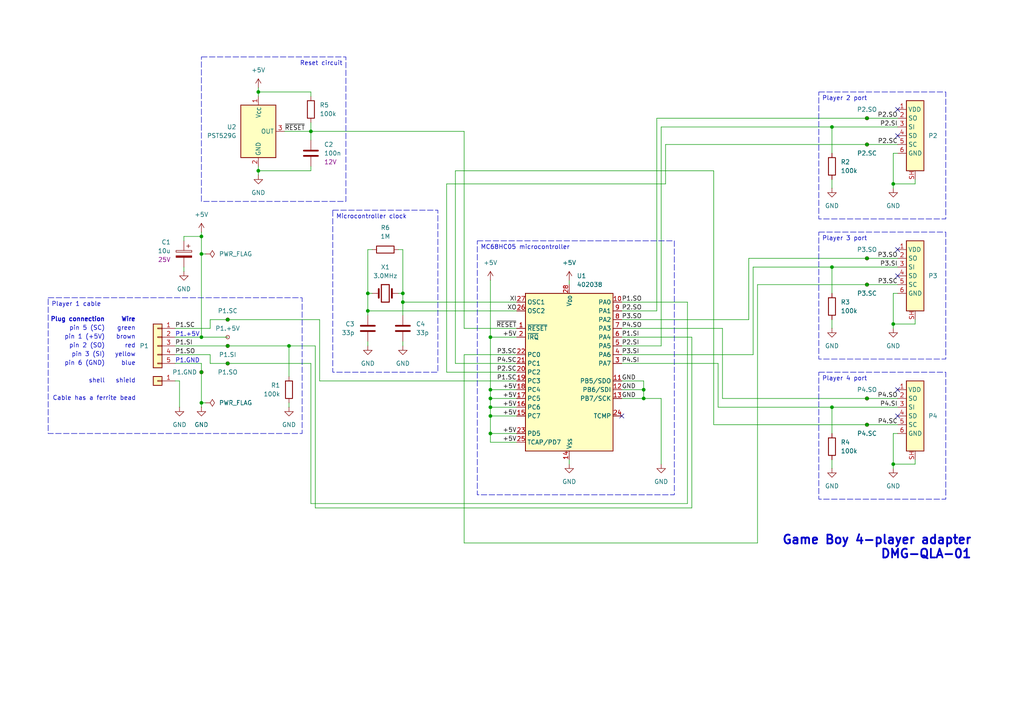
<source format=kicad_sch>
(kicad_sch (version 20231120) (generator "eeschema") (generator_version "8.0")
  (paper "A4")
  (title_block (title "DMG-QLA-01") (date "2024-05-18") (rev "A") (company "https://gekkio.fi") (comment 1 "https://github.com/gekkio/gb-schematics"))
  (lib_symbols
    (symbol "Connector:TestPoint_Small" (pin_numbers hide) (pin_names (offset 0.762) hide)
      (property "Reference" "TP" (at 0 3.81 0))
      (property "Value" "TestPoint_Small" (at 0 2.032 0))
      (symbol "TestPoint_Small_0_1"
        (circle (center 0 0) (radius 0.508))
      )
      (symbol "TestPoint_Small_1_1"
        (pin passive line (at 0 0 90) (length 0) (name "1") (number "1"))
      )
    )
    (symbol "Connector_Generic:Conn_01x01" (pin_names (offset 1.016) hide)
      (property "Reference" "J" (at 0 2.54 0))
      (property "Value" "Conn_01x01" (at 0 -2.54 0))
      (symbol "Conn_01x01_1_1"
        (rectangle (start -1.27 0.127) (end 0 -0.127) (stroke (width 0.1524)))
        (rectangle (start -1.27 1.27) (end 1.27 -1.27) (stroke (width 0.254)) (fill (type background)))
        (pin passive line (at -5.08 0 0) (length 3.81) (name "Pin_1") (number "1"))
      )
    )
    (symbol "Connector_Generic:Conn_01x05" (pin_names (offset 1.016) hide)
      (property "Reference" "J" (at 0 7.62 0))
      (property "Value" "Conn_01x05" (at 0 -7.62 0))
      (symbol "Conn_01x05_1_1"
        (rectangle (start -1.27 -4.953) (end 0 -5.207) (stroke (width 0.1524)))
        (rectangle (start -1.27 -2.413) (end 0 -2.667) (stroke (width 0.1524)))
        (rectangle (start -1.27 0.127) (end 0 -0.127) (stroke (width 0.1524)))
        (rectangle (start -1.27 2.667) (end 0 2.413) (stroke (width 0.1524)))
        (rectangle (start -1.27 5.207) (end 0 4.953) (stroke (width 0.1524)))
        (rectangle (start -1.27 6.35) (end 1.27 -6.35) (stroke (width 0.254)) (fill (type background)))
        (pin passive line (at -5.08 5.08 0) (length 3.81) (name "Pin_1") (number "1"))
        (pin passive line (at -5.08 2.54 0) (length 3.81) (name "Pin_2") (number "2"))
        (pin passive line (at -5.08 0 0) (length 3.81) (name "Pin_3") (number "3"))
        (pin passive line (at -5.08 -2.54 0) (length 3.81) (name "Pin_4") (number "4"))
        (pin passive line (at -5.08 -5.08 0) (length 3.81) (name "Pin_5") (number "5"))
      )
    )
    (symbol "DMG-QLA-01:PST529G"
      (property "Reference" "U" (at -5.08 8.89 0))
      (property "Value" "PST529G" (at 8.89 8.89 0))
      (symbol "PST529G_0_1"
        (rectangle (start 5.08 7.62) (end -5.08 -7.62) (stroke (width 0.254)) (fill (type background)))
      )
      (symbol "PST529G_1_1"
        (pin power_in line (at 0 10.16 270) (length 2.54) (name "V_{CC}") (number "1"))
        (pin power_in line (at 0 -10.16 90) (length 2.54) (name "GND") (number "2"))
        (pin open_collector line (at 7.62 0 180) (length 2.54) (name "OUT") (number "3"))
      )
    )
    (symbol "DMG-QLA-01:QLA_CPU"
      (property "Reference" "U" (at -12.7 24.13 0))
      (property "Value" "402038" (at 8.89 24.13 0))
      (symbol "QLA_CPU_1_0"
        (pin input line (at -15.24 12.7 0) (length 2.54) (name "~{RESET}") (number "1"))
        (pin bidirectional line (at 15.24 20.32 180) (length 2.54) (name "PA0") (number "10"))
        (pin bidirectional line (at 15.24 -2.54 180) (length 2.54) (name "PB5/SDO") (number "11"))
        (pin bidirectional line (at 15.24 -5.08 180) (length 2.54) (name "PB6/SDI") (number "12"))
        (pin bidirectional line (at 15.24 -7.62 180) (length 2.54) (name "PB7/SCK") (number "13"))
        (pin power_in line (at 0 -25.4 90) (length 2.54) (name "V_{SS}") (number "14"))
        (pin bidirectional line (at -15.24 -12.7 0) (length 2.54) (name "PC7") (number "15"))
        (pin bidirectional line (at -15.24 -10.16 0) (length 2.54) (name "PC6") (number "16"))
        (pin bidirectional line (at -15.24 -7.62 0) (length 2.54) (name "PC5") (number "17"))
        (pin bidirectional line (at -15.24 -5.08 0) (length 2.54) (name "PC4") (number "18"))
        (pin bidirectional line (at -15.24 -2.54 0) (length 2.54) (name "PC3") (number "19"))
        (pin input line (at -15.24 10.16 0) (length 2.54) (name "~{IRQ}") (number "2"))
        (pin bidirectional line (at -15.24 0 0) (length 2.54) (name "PC2") (number "20"))
        (pin bidirectional line (at -15.24 2.54 0) (length 2.54) (name "PC1") (number "21"))
        (pin bidirectional line (at -15.24 5.08 0) (length 2.54) (name "PC0") (number "22"))
        (pin bidirectional line (at -15.24 -17.78 0) (length 2.54) (name "PD5") (number "23"))
        (pin output line (at 15.24 -12.7 180) (length 2.54) (name "TCMP") (number "24"))
        (pin input line (at -15.24 -20.32 0) (length 2.54) (name "TCAP/PD7") (number "25"))
        (pin output line (at -15.24 17.78 0) (length 2.54) (name "OSC2") (number "26"))
        (pin input line (at -15.24 20.32 0) (length 2.54) (name "OSC1") (number "27"))
        (pin power_in line (at 0 25.4 270) (length 2.54) (name "V_{DD}") (number "28"))
        (pin bidirectional line (at 15.24 2.54 180) (length 2.54) (name "PA7") (number "3"))
        (pin bidirectional line (at 15.24 5.08 180) (length 2.54) (name "PA6") (number "4"))
        (pin bidirectional line (at 15.24 7.62 180) (length 2.54) (name "PA5") (number "5"))
        (pin bidirectional line (at 15.24 10.16 180) (length 2.54) (name "PA4") (number "6"))
        (pin bidirectional line (at 15.24 12.7 180) (length 2.54) (name "PA3") (number "7"))
        (pin bidirectional line (at 15.24 15.24 180) (length 2.54) (name "PA2") (number "8"))
        (pin bidirectional line (at 15.24 17.78 180) (length 2.54) (name "PA1") (number "9"))
      )
      (symbol "QLA_CPU_1_1"
        (rectangle (start -12.7 22.86) (end 12.7 -22.86) (stroke (width 0.254)) (fill (type background)))
      )
    )
    (symbol "Device:C" (pin_numbers hide) (pin_names (offset 0.254))
      (property "Reference" "C" (at 0.635 2.54 0))
      (property "Value" "C" (at 0.635 -2.54 0))
      (symbol "C_0_1"
        (polyline (pts (xy -2.032 -0.762) (xy 2.032 -0.762)) (stroke (width 0.508)))
        (polyline (pts (xy -2.032 0.762) (xy 2.032 0.762)) (stroke (width 0.508)))
      )
      (symbol "C_1_1"
        (pin passive line (at 0 3.81 270) (length 2.794) (name "~") (number "1"))
        (pin passive line (at 0 -3.81 90) (length 2.794) (name "~") (number "2"))
      )
    )
    (symbol "Device:C_Polarized" (pin_numbers hide) (pin_names (offset 0.254))
      (property "Reference" "C" (at 0.635 2.54 0))
      (property "Value" "C_Polarized" (at 0.635 -2.54 0))
      (symbol "C_Polarized_0_1"
        (rectangle (start -2.286 0.508) (end 2.286 1.016))
        (polyline (pts (xy -1.778 2.286) (xy -0.762 2.286)))
        (polyline (pts (xy -1.27 2.794) (xy -1.27 1.778)))
        (rectangle (start 2.286 -0.508) (end -2.286 -1.016) (fill (type outline)))
      )
      (symbol "C_Polarized_1_1"
        (pin passive line (at 0 3.81 270) (length 2.794) (name "~") (number "1"))
        (pin passive line (at 0 -3.81 90) (length 2.794) (name "~") (number "2"))
      )
    )
    (symbol "Device:Crystal" (pin_numbers hide) (pin_names (offset 1.016) hide)
      (property "Reference" "Y" (at 0 3.81 0))
      (property "Value" "Crystal" (at 0 -3.81 0))
      (symbol "Crystal_0_1"
        (rectangle (start -1.143 2.54) (end 1.143 -2.54) (stroke (width 0.3048)))
        (polyline (pts (xy -2.54 0) (xy -1.905 0)))
        (polyline (pts (xy -1.905 -1.27) (xy -1.905 1.27)) (stroke (width 0.508)))
        (polyline (pts (xy 1.905 -1.27) (xy 1.905 1.27)) (stroke (width 0.508)))
        (polyline (pts (xy 2.54 0) (xy 1.905 0)))
      )
      (symbol "Crystal_1_1"
        (pin passive line (at -3.81 0 0) (length 1.27) (name "1") (number "1"))
        (pin passive line (at 3.81 0 180) (length 1.27) (name "2") (number "2"))
      )
    )
    (symbol "Device:R" (pin_numbers hide) (pin_names (offset 0))
      (property "Reference" "R" (at 2.032 0 90))
      (property "Value" "R" (at 0 0 90))
      (symbol "R_0_1"
        (rectangle (start -1.016 -2.54) (end 1.016 2.54) (stroke (width 0.254)))
      )
      (symbol "R_1_1"
        (pin passive line (at 0 3.81 270) (length 1.27) (name "~") (number "1"))
        (pin passive line (at 0 -3.81 90) (length 1.27) (name "~") (number "2"))
      )
    )
    (symbol "Gekkio_Connector_Specialized:GameBoy_LinkPort"
      (property "Reference" "J" (at 0 13.97 0))
      (property "Value" "GameBoy_LinkPort" (at 0 11.43 0))
      (symbol "GameBoy_LinkPort_0_1"
        (rectangle (start -2.54 10.16) (end 2.54 -10.16) (stroke (width 0.254)) (fill (type background)))
      )
      (symbol "GameBoy_LinkPort_1_1"
        (pin passive line (at -5.08 7.62 0) (length 2.54) (name "VDD") (number "1"))
        (pin passive line (at -5.08 5.08 0) (length 2.54) (name "SO") (number "2"))
        (pin passive line (at -5.08 2.54 0) (length 2.54) (name "SI") (number "3"))
        (pin passive line (at -5.08 0 0) (length 2.54) (name "SD") (number "4"))
        (pin passive line (at -5.08 -2.54 0) (length 2.54) (name "SC") (number "5"))
        (pin passive line (at -5.08 -5.08 0) (length 2.54) (name "GND") (number "6"))
        (pin passive line (at 0 -12.7 90) (length 2.54) (name "~") (number "SH"))
      )
    )
    (symbol "power:+5V" (power) (pin_numbers hide) (pin_names (offset 0) hide)
      (property "Value" "+5V" (at 0 3.556 0))
      (symbol "+5V_0_1"
        (polyline (pts (xy -0.762 1.27) (xy 0 2.54)))
        (polyline (pts (xy 0 0) (xy 0 2.54)))
        (polyline (pts (xy 0 2.54) (xy 0.762 1.27)))
      )
      (symbol "+5V_1_1"
        (pin power_in line (at 0 0 90) (length 0) (name "~") (number "1"))
      )
    )
    (symbol "power:GND" (power) (pin_numbers hide) (pin_names (offset 0) hide)
      (property "Value" "GND" (at 0 -3.81 0))
      (symbol "GND_0_1"
        (polyline (pts (xy 0 0) (xy 0 -1.27) (xy 1.27 -1.27) (xy 0 -2.54) (xy -1.27 -1.27) (xy 0 -1.27)))
      )
      (symbol "GND_1_1"
        (pin power_in line (at 0 0 270) (length 0) (name "~") (number "1"))
      )
    )
    (symbol "power:PWR_FLAG" (power) (pin_numbers hide) (pin_names (offset 0) hide)
      (property "Value" "PWR_FLAG" (at 0 3.81 0))
      (symbol "PWR_FLAG_0_0"
        (pin power_out line (at 0 0 90) (length 0) (name "~") (number "1"))
      )
      (symbol "PWR_FLAG_0_1"
        (polyline (pts (xy 0 0) (xy 0 1.27) (xy -1.016 1.905) (xy 0 2.54) (xy 1.016 1.905) (xy 0 1.27)))
      )
    )
  )
  (junction (at 58.42 97.79))
  (junction (at 66.04 100.33))
  (junction (at 259.08 53.34))
  (junction (at 116.84 85.09))
  (junction (at 106.68 85.09))
  (junction (at 106.68 90.17))
  (junction (at 58.42 116.84))
  (junction (at 251.46 74.93))
  (junction (at 58.42 107.95))
  (junction (at 58.42 68.58))
  (junction (at 259.08 134.62))
  (junction (at 186.69 115.57))
  (junction (at 241.3 36.83))
  (junction (at 58.42 73.66))
  (junction (at 142.24 120.65))
  (junction (at 251.46 34.29))
  (junction (at 142.24 118.11))
  (junction (at 251.46 41.91))
  (junction (at 74.93 49.53))
  (junction (at 142.24 115.57))
  (junction (at 66.04 92.71))
  (junction (at 142.24 97.79))
  (junction (at 66.04 105.41))
  (junction (at 142.24 125.73))
  (junction (at 90.17 38.1))
  (junction (at 142.24 113.03))
  (junction (at 241.3 77.47))
  (junction (at 259.08 93.98))
  (junction (at 251.46 82.55))
  (junction (at 251.46 123.19))
  (junction (at 116.84 87.63))
  (junction (at 83.82 100.33))
  (junction (at 251.46 115.57))
  (junction (at 186.69 113.03))
  (junction (at 74.93 26.67))
  (junction (at 241.3 118.11))
  (no_connect (at 260.35 113.03))
  (no_connect (at 260.35 31.75))
  (no_connect (at 180.34 120.65))
  (no_connect (at 260.35 72.39))
  (no_connect (at 260.35 39.37))
  (no_connect (at 260.35 120.65))
  (no_connect (at 260.35 80.01))
  (wire (pts (xy 116.84 85.09) (xy 115.57 85.09)))
  (wire (pts (xy 217.17 74.93) (xy 217.17 92.71)))
  (wire (pts (xy 207.01 49.53) (xy 132.08 49.53)))
  (wire (pts (xy 208.28 105.41) (xy 180.34 105.41)))
  (wire (pts (xy 106.68 91.44) (xy 106.68 90.17)))
  (wire (pts (xy 259.08 134.62) (xy 265.43 134.62)))
  (wire (pts (xy 199.39 87.63) (xy 199.39 146.05)))
  (wire (pts (xy 142.24 125.73) (xy 142.24 120.65)))
  (wire (pts (xy 74.93 25.4) (xy 74.93 26.67)))
  (wire (pts (xy 209.55 95.25) (xy 209.55 115.57)))
  (wire (pts (xy 241.3 77.47) (xy 260.35 77.47)))
  (wire (pts (xy 142.24 128.27) (xy 142.24 125.73)))
  (wire (pts (xy 193.04 53.34) (xy 129.54 53.34)))
  (wire (pts (xy 53.34 68.58) (xy 53.34 69.85)))
  (wire (pts (xy 149.86 110.49) (xy 92.71 110.49)))
  (wire (pts (xy 90.17 26.67) (xy 74.93 26.67)))
  (wire (pts (xy 149.86 128.27) (xy 142.24 128.27)))
  (wire (pts (xy 207.01 123.19) (xy 207.01 49.53)))
  (wire (pts (xy 251.46 34.29) (xy 190.5 34.29)))
  (wire (pts (xy 260.35 125.73) (xy 259.08 125.73)))
  (wire (pts (xy 134.62 157.48) (xy 134.62 102.87)))
  (wire (pts (xy 180.34 87.63) (xy 199.39 87.63)))
  (wire (pts (xy 241.3 36.83) (xy 260.35 36.83)))
  (wire (pts (xy 200.66 97.79) (xy 200.66 147.32)))
  (wire (pts (xy 219.71 157.48) (xy 134.62 157.48)))
  (wire (pts (xy 107.95 85.09) (xy 106.68 85.09)))
  (wire (pts (xy 58.42 67.31) (xy 58.42 68.58)))
  (wire (pts (xy 241.3 133.35) (xy 241.3 135.89)))
  (wire (pts (xy 259.08 53.34) (xy 259.08 54.61)))
  (wire (pts (xy 217.17 92.71) (xy 180.34 92.71)))
  (wire (pts (xy 134.62 38.1) (xy 134.62 95.25)))
  (wire (pts (xy 191.77 115.57) (xy 191.77 134.62)))
  (wire (pts (xy 142.24 113.03) (xy 142.24 97.79)))
  (wire (pts (xy 265.43 134.62) (xy 265.43 133.35)))
  (wire (pts (xy 66.04 100.33) (xy 83.82 100.33)))
  (wire (pts (xy 91.44 100.33) (xy 91.44 147.32)))
  (wire (pts (xy 58.42 107.95) (xy 58.42 116.84)))
  (wire (pts (xy 60.96 95.25) (xy 50.8 95.25)))
  (wire (pts (xy 83.82 116.84) (xy 83.82 118.11)))
  (wire (pts (xy 66.04 92.71) (xy 92.71 92.71)))
  (wire (pts (xy 58.42 68.58) (xy 53.34 68.58)))
  (wire (pts (xy 90.17 38.1) (xy 90.17 40.64)))
  (wire (pts (xy 58.42 73.66) (xy 59.69 73.66)))
  (wire (pts (xy 58.42 105.41) (xy 58.42 107.95)))
  (wire (pts (xy 180.34 97.79) (xy 200.66 97.79)))
  (wire (pts (xy 129.54 107.95) (xy 149.86 107.95)))
  (wire (pts (xy 134.62 102.87) (xy 149.86 102.87)))
  (wire (pts (xy 107.95 72.39) (xy 106.68 72.39)))
  (wire (pts (xy 186.69 113.03) (xy 186.69 115.57)))
  (wire (pts (xy 66.04 105.41) (xy 60.96 105.41)))
  (wire (pts (xy 58.42 116.84) (xy 58.42 118.11)))
  (wire (pts (xy 116.84 85.09) (xy 116.84 87.63)))
  (wire (pts (xy 190.5 90.17) (xy 180.34 90.17)))
  (wire (pts (xy 207.01 123.19) (xy 251.46 123.19)))
  (wire (pts (xy 209.55 115.57) (xy 251.46 115.57)))
  (wire (pts (xy 259.08 85.09) (xy 259.08 93.98)))
  (wire (pts (xy 129.54 53.34) (xy 129.54 107.95)))
  (wire (pts (xy 251.46 115.57) (xy 260.35 115.57)))
  (wire (pts (xy 116.84 91.44) (xy 116.84 87.63)))
  (wire (pts (xy 260.35 85.09) (xy 259.08 85.09)))
  (wire (pts (xy 106.68 90.17) (xy 149.86 90.17)))
  (wire (pts (xy 241.3 52.07) (xy 241.3 54.61)))
  (wire (pts (xy 241.3 92.71) (xy 241.3 95.25)))
  (wire (pts (xy 251.46 41.91) (xy 260.35 41.91)))
  (wire (pts (xy 251.46 34.29) (xy 260.35 34.29)))
  (wire (pts (xy 134.62 95.25) (xy 149.86 95.25)))
  (wire (pts (xy 251.46 82.55) (xy 260.35 82.55)))
  (wire (pts (xy 142.24 120.65) (xy 149.86 120.65)))
  (wire (pts (xy 219.71 82.55) (xy 219.71 157.48)))
  (wire (pts (xy 116.84 99.06) (xy 116.84 100.33)))
  (wire (pts (xy 199.39 146.05) (xy 90.17 146.05)))
  (wire (pts (xy 74.93 48.26) (xy 74.93 49.53)))
  (wire (pts (xy 190.5 34.29) (xy 190.5 90.17)))
  (wire (pts (xy 90.17 38.1) (xy 134.62 38.1)))
  (wire (pts (xy 186.69 110.49) (xy 186.69 113.03)))
  (wire (pts (xy 60.96 102.87) (xy 60.96 105.41)))
  (wire (pts (xy 241.3 118.11) (xy 260.35 118.11)))
  (wire (pts (xy 50.8 105.41) (xy 58.42 105.41)))
  (wire (pts (xy 142.24 118.11) (xy 149.86 118.11)))
  (wire (pts (xy 241.3 77.47) (xy 241.3 85.09)))
  (wire (pts (xy 115.57 72.39) (xy 116.84 72.39)))
  (wire (pts (xy 165.1 81.28) (xy 165.1 82.55)))
  (wire (pts (xy 186.69 115.57) (xy 191.77 115.57)))
  (wire (pts (xy 116.84 72.39) (xy 116.84 85.09)))
  (wire (pts (xy 251.46 82.55) (xy 219.71 82.55)))
  (wire (pts (xy 58.42 68.58) (xy 58.42 73.66)))
  (wire (pts (xy 74.93 26.67) (xy 74.93 27.94)))
  (wire (pts (xy 251.46 74.93) (xy 217.17 74.93)))
  (wire (pts (xy 83.82 100.33) (xy 91.44 100.33)))
  (wire (pts (xy 180.34 110.49) (xy 186.69 110.49)))
  (wire (pts (xy 208.28 118.11) (xy 208.28 105.41)))
  (wire (pts (xy 241.3 36.83) (xy 191.77 36.83)))
  (wire (pts (xy 259.08 93.98) (xy 265.43 93.98)))
  (wire (pts (xy 265.43 93.98) (xy 265.43 92.71)))
  (wire (pts (xy 251.46 123.19) (xy 260.35 123.19)))
  (wire (pts (xy 52.07 110.49) (xy 50.8 110.49)))
  (wire (pts (xy 58.42 97.79) (xy 50.8 97.79)))
  (wire (pts (xy 66.04 105.41) (xy 90.17 105.41)))
  (wire (pts (xy 149.86 97.79) (xy 142.24 97.79)))
  (wire (pts (xy 259.08 93.98) (xy 259.08 95.25)))
  (wire (pts (xy 83.82 100.33) (xy 83.82 109.22)))
  (wire (pts (xy 149.86 113.03) (xy 142.24 113.03)))
  (wire (pts (xy 60.96 95.25) (xy 60.96 92.71)))
  (wire (pts (xy 180.34 113.03) (xy 186.69 113.03)))
  (wire (pts (xy 218.44 102.87) (xy 218.44 77.47)))
  (wire (pts (xy 149.86 125.73) (xy 142.24 125.73)))
  (wire (pts (xy 259.08 44.45) (xy 259.08 53.34)))
  (wire (pts (xy 180.34 115.57) (xy 186.69 115.57)))
  (wire (pts (xy 132.08 105.41) (xy 149.86 105.41)))
  (wire (pts (xy 66.04 100.33) (xy 50.8 100.33)))
  (wire (pts (xy 92.71 110.49) (xy 92.71 92.71)))
  (wire (pts (xy 74.93 49.53) (xy 74.93 50.8)))
  (wire (pts (xy 106.68 99.06) (xy 106.68 100.33)))
  (wire (pts (xy 116.84 87.63) (xy 149.86 87.63)))
  (wire (pts (xy 165.1 133.35) (xy 165.1 134.62)))
  (wire (pts (xy 52.07 110.49) (xy 52.07 118.11)))
  (wire (pts (xy 106.68 90.17) (xy 106.68 85.09)))
  (wire (pts (xy 82.55 38.1) (xy 90.17 38.1)))
  (wire (pts (xy 260.35 44.45) (xy 259.08 44.45)))
  (wire (pts (xy 53.34 77.47) (xy 53.34 78.74)))
  (wire (pts (xy 259.08 53.34) (xy 265.43 53.34)))
  (wire (pts (xy 132.08 49.53) (xy 132.08 105.41)))
  (wire (pts (xy 142.24 115.57) (xy 149.86 115.57)))
  (wire (pts (xy 251.46 41.91) (xy 193.04 41.91)))
  (wire (pts (xy 191.77 36.83) (xy 191.77 100.33)))
  (wire (pts (xy 241.3 118.11) (xy 208.28 118.11)))
  (wire (pts (xy 259.08 125.73) (xy 259.08 134.62)))
  (wire (pts (xy 142.24 81.28) (xy 142.24 97.79)))
  (wire (pts (xy 50.8 102.87) (xy 60.96 102.87)))
  (wire (pts (xy 265.43 53.34) (xy 265.43 52.07)))
  (wire (pts (xy 142.24 118.11) (xy 142.24 115.57)))
  (wire (pts (xy 241.3 36.83) (xy 241.3 44.45)))
  (wire (pts (xy 142.24 120.65) (xy 142.24 118.11)))
  (wire (pts (xy 251.46 74.93) (xy 260.35 74.93)))
  (wire (pts (xy 106.68 72.39) (xy 106.68 85.09)))
  (wire (pts (xy 180.34 102.87) (xy 218.44 102.87)))
  (wire (pts (xy 241.3 118.11) (xy 241.3 125.73)))
  (wire (pts (xy 74.93 49.53) (xy 90.17 49.53)))
  (wire (pts (xy 191.77 100.33) (xy 180.34 100.33)))
  (wire (pts (xy 193.04 41.91) (xy 193.04 53.34)))
  (wire (pts (xy 90.17 146.05) (xy 90.17 105.41)))
  (wire (pts (xy 90.17 38.1) (xy 90.17 35.56)))
  (wire (pts (xy 91.44 147.32) (xy 200.66 147.32)))
  (wire (pts (xy 90.17 26.67) (xy 90.17 27.94)))
  (wire (pts (xy 58.42 116.84) (xy 59.69 116.84)))
  (wire (pts (xy 58.42 73.66) (xy 58.42 97.79)))
  (wire (pts (xy 218.44 77.47) (xy 241.3 77.47)))
  (wire (pts (xy 259.08 134.62) (xy 259.08 135.89)))
  (wire (pts (xy 180.34 95.25) (xy 209.55 95.25)))
  (wire (pts (xy 142.24 115.57) (xy 142.24 113.03)))
  (wire (pts (xy 90.17 49.53) (xy 90.17 48.26)))
  (wire (pts (xy 66.04 97.79) (xy 58.42 97.79)))
  (wire (pts (xy 66.04 92.71) (xy 60.96 92.71)))
  (text_box "MC68HC05 microcontroller" (at 138.43 69.85 0) (size 57.15 73.66) (stroke (width 0) (type dash)) (effects (font (size 1.27 1.27)) (justify left top)))
  (text_box "Reset circuit" (at 58.42 16.51 0) (size 41.91 41.91) (stroke (width 0) (type dash)) (effects (font (size 1.27 1.27)) (justify right top)))
  (text_box "Player 1 cable" (at 13.97 86.36 0) (size 73.66 39.37) (stroke (width 0) (type dash)) (effects (font (size 1.27 1.27)) (justify left top)))
  (text_box "Player 4 port" (at 237.49 107.95 0) (size 36.83 36.83) (stroke (width 0) (type dash)) (effects (font (size 1.27 1.27)) (justify left top)))
  (text_box "Player 2 port" (at 237.49 26.67 0) (size 36.83 36.83) (stroke (width 0) (type dash)) (effects (font (size 1.27 1.27)) (justify left top)))
  (text_box "Microcontroller clock" (at 96.52 60.96 0) (size 30.48 46.99) (stroke (width 0) (type dash)) (effects (font (size 1.27 1.27)) (justify left top)))
  (text_box "Player 3 port" (at 237.49 67.31 0) (size 36.83 36.83) (stroke (width 0) (type dash)) (effects (font (size 1.27 1.27)) (justify left top)))
  (text "pin 2 (SO)" (at 30.48 100.33 0) (effects (font (size 1.27 1.27)) (justify right)))
  (text "pin 3 (SI)" (at 30.48 102.87 0) (effects (font (size 1.27 1.27)) (justify right)))
  (text "shield" (at 39.37 110.49 0) (effects (font (size 1.27 1.27)) (justify right)))
  (text "Cable has a ferrite bead" (at 15.24 115.57 0) (effects (font (size 1.27 1.27)) (justify left)))
  (text "pin 1 (+5V)" (at 30.48 97.79 0) (effects (font (size 1.27 1.27)) (justify right)))
  (text "green" (at 39.37 95.25 0) (effects (font (size 1.27 1.27)) (justify right)))
  (text "P1.GND" (at 50.8 105.41 0) (effects (font (size 1.27 1.27)) (justify left bottom)))
  (text "shell" (at 30.48 110.49 0) (effects (font (size 1.27 1.27)) (justify right)))
  (text "blue" (at 39.37 105.41 0) (effects (font (size 1.27 1.27)) (justify right)))
  (text "brown" (at 39.37 97.79 0) (effects (font (size 1.27 1.27)) (justify right)))
  (text "pin 5 (SC)" (at 30.48 95.25 0) (effects (font (size 1.27 1.27)) (justify right)))
  (text "Game Boy 4-player adapter\nDMG-QLA-01" (at 281.94 158.75 0) (effects (font (size 2.54 2.54) (thickness 0.508) (bold yes)) (justify right)))
  (text "pin 6 (GND)" (at 30.48 105.41 0) (effects (font (size 1.27 1.27)) (justify right)))
  (text "yellow" (at 39.37 102.87 0) (effects (font (size 1.27 1.27)) (justify right)))
  (text "P1.+5V" (at 50.8 97.79 0) (effects (font (size 1.27 1.27)) (justify left bottom)))
  (text "Plug connection" (at 30.48 92.71 0) (effects (font (size 1.27 1.27) (thickness 0.254) (bold yes)) (justify right)))
  (text "red" (at 39.37 100.33 0) (effects (font (size 1.27 1.27)) (justify right)))
  (text "Wire" (at 39.37 92.71 0) (effects (font (size 1.27 1.27) (thickness 0.254) (bold yes)) (justify right)))
  (label "+5V" (at 149.86 125.73 180))
  (label "P4.SI" (at 180.34 105.41 0))
  (label "P1.SO" (at 180.34 87.63 0))
  (label "~{RESET}" (at 82.55 38.1 0))
  (label "GND" (at 180.34 110.49 0))
  (label "P2.SO" (at 260.35 34.29 180))
  (label "P1.SC" (at 50.8 95.25 0))
  (label "P4.SC" (at 149.86 105.41 180))
  (label "P4.SO" (at 260.35 115.57 180))
  (label "GND" (at 180.34 113.03 0))
  (label "~{RESET}" (at 149.86 95.25 180))
  (label "P1.SO" (at 50.8 102.87 0))
  (label "P3.SC" (at 260.35 82.55 180))
  (label "P2.SC" (at 149.86 107.95 180))
  (label "P4.SO" (at 180.34 95.25 0))
  (label "P2.SO" (at 180.34 90.17 0))
  (label "+5V" (at 149.86 120.65 180))
  (label "P3.SO" (at 260.35 74.93 180))
  (label "XO" (at 149.86 90.17 180))
  (label "P3.SI" (at 180.34 102.87 0))
  (label "P1.SI" (at 180.34 97.79 0))
  (label "+5V" (at 149.86 115.57 180))
  (label "+5V" (at 149.86 97.79 180))
  (label "+5V" (at 149.86 113.03 180))
  (label "P1.SC" (at 149.86 110.49 180))
  (label "GND" (at 180.34 115.57 0))
  (label "P4.SI" (at 260.35 118.11 180))
  (label "P2.SI" (at 180.34 100.33 0))
  (label "P3.SO" (at 180.34 92.71 0))
  (label "P2.SI" (at 260.35 36.83 180))
  (label "P4.SC" (at 260.35 123.19 180))
  (label "P3.SI" (at 260.35 77.47 180))
  (label "P1.SI" (at 50.8 100.33 0))
  (label "+5V" (at 149.86 118.11 180))
  (label "XI" (at 149.86 87.63 180))
  (label "P2.SC" (at 260.35 41.91 180))
  (label "P3.SC" (at 149.86 102.87 180))
  (label "+5V" (at 149.86 128.27 180))
  (symbol (lib_id "Gekkio_Connector_Specialized:GameBoy_LinkPort") (at 265.43 39.37 0) (unit 1)
    (property "Reference" "P2" (at 269.24 39.3699 0) (effects (justify left)))
    (property "Value" "GameBoy_LinkPort" (effects (hide yes)))
    (property "Description" "Game Boy link port" (effects (hide yes)))
  )
  (symbol (lib_id "power:+5V") (at 165.1 81.28 0) (unit 1)
    (property "Reference" "#PWR06" (effects (hide yes)))
    (property "Value" "+5V" (at 165.1 76.2 0))
    (property "Description" "Power symbol creates a global label with name \"+5V\"" (effects (hide yes)))
  )
  (symbol (lib_id "Connector:TestPoint_Small") (at 251.46 34.29 0) (mirror y) (unit 1)
    (property "Reference" "TP7" (effects (hide yes)))
    (property "Value" "P2.SO" (at 251.46 31.75 0))
    (property "Description" "test point" (effects (hide yes)))
  )
  (symbol (lib_id "DMG-QLA-01:PST529G") (at 74.93 38.1 0) (unit 1)
    (property "Reference" "U2" (at 68.58 36.8299 0) (effects (justify right)))
    (property "Value" "PST529G" (at 68.58 39.3699 0) (effects (justify right)))
    (property "Footprint" "Package_TO_SOT_THT:TO-92_Inline" (effects (hide yes)))
    (property "Description" "Reset supervisor, 3.3V threshold, TO-92" (effects (hide yes)))
  )
  (symbol (lib_id "power:GND") (at 74.93 50.8 0) (unit 1)
    (property "Reference" "#PWR011" (effects (hide yes)))
    (property "Value" "GND" (at 74.93 55.88 0))
    (property "Description" "Power symbol creates a global label with name \"GND\" , ground" (effects (hide yes)))
  )
  (symbol (lib_id "power:GND") (at 106.68 100.33 0) (mirror y) (unit 1)
    (property "Reference" "#PWR018" (effects (hide yes)))
    (property "Value" "GND" (at 106.68 105.41 0))
    (property "Description" "Power symbol creates a global label with name \"GND\" , ground" (effects (hide yes)))
  )
  (symbol (lib_id "power:GND") (at 58.42 118.11 0) (mirror y) (unit 1)
    (property "Reference" "#PWR01" (effects (hide yes)))
    (property "Value" "GND" (at 58.42 123.19 0))
    (property "Description" "Power symbol creates a global label with name \"GND\" , ground" (effects (hide yes)))
  )
  (symbol (lib_id "Connector:TestPoint_Small") (at 251.46 123.19 0) (mirror x) (unit 1)
    (property "Reference" "TP11" (effects (hide yes)))
    (property "Value" "P4.SC" (at 251.46 125.73 0))
    (property "Description" "test point" (effects (hide yes)))
  )
  (symbol (lib_id "Device:C_Polarized") (at 53.34 73.66 0) (mirror y) (unit 1)
    (property "Reference" "C1" (at 49.53 70.2309 0) (effects (justify left)))
    (property "Value" "10u" (at 49.53 72.7709 0) (effects (justify left)))
    (property "Description" "Polarized capacitor" (effects (hide yes)))
    (property "Rating" "25V" (at 49.53 75.3109 0) (effects (justify left)))
  )
  (symbol (lib_id "Connector:TestPoint_Small") (at 251.46 74.93 0) (mirror y) (unit 1)
    (property "Reference" "TP8" (effects (hide yes)))
    (property "Value" "P3.SO" (at 251.46 72.39 0))
    (property "Description" "test point" (effects (hide yes)))
  )
  (symbol (lib_id "power:GND") (at 241.3 54.61 0) (unit 1)
    (property "Reference" "#PWR013" (effects (hide yes)))
    (property "Value" "GND" (at 241.3 59.69 0))
    (property "Description" "Power symbol creates a global label with name \"GND\" , ground" (effects (hide yes)))
  )
  (symbol (lib_id "power:GND") (at 52.07 118.11 0) (mirror y) (unit 1)
    (property "Reference" "#PWR03" (effects (hide yes)))
    (property "Value" "GND" (at 52.07 123.19 0))
    (property "Description" "Power symbol creates a global label with name \"GND\" , ground" (effects (hide yes)))
  )
  (symbol (lib_id "Connector:TestPoint_Small") (at 251.46 115.57 0) (mirror y) (unit 1)
    (property "Reference" "TP10" (effects (hide yes)))
    (property "Value" "P4.SO" (at 251.46 113.03 0))
    (property "Description" "test point" (effects (hide yes)))
  )
  (symbol (lib_id "power:GND") (at 83.82 118.11 0) (mirror y) (unit 1)
    (property "Reference" "#PWR08" (effects (hide yes)))
    (property "Value" "GND" (at 83.82 123.19 0))
    (property "Description" "Power symbol creates a global label with name \"GND\" , ground" (effects (hide yes)))
  )
  (symbol (lib_id "Device:R") (at 111.76 72.39 270) (mirror x) (unit 1)
    (property "Reference" "R6" (at 111.76 66.04 90))
    (property "Value" "1M" (at 111.76 68.58 90))
    (property "Description" "Resistor" (effects (hide yes)))
  )
  (symbol (lib_id "power:+5V") (at 142.24 81.28 0) (unit 1)
    (property "Reference" "#PWR07" (effects (hide yes)))
    (property "Value" "+5V" (at 142.24 76.2 0))
    (property "Description" "Power symbol creates a global label with name \"+5V\"" (effects (hide yes)))
  )
  (symbol (lib_id "Device:C") (at 116.84 95.25 0) (mirror y) (unit 1)
    (property "Reference" "C4" (at 120.65 93.9799 0) (effects (justify right)))
    (property "Value" "33p" (at 120.65 96.5199 0) (effects (justify right)))
    (property "Description" "Unpolarized capacitor" (effects (hide yes)))
  )
  (symbol (lib_id "Device:R") (at 241.3 48.26 0) (mirror y) (unit 1)
    (property "Reference" "R2" (at 243.84 46.9899 0) (effects (justify right)))
    (property "Value" "100k" (at 243.84 49.5299 0) (effects (justify right)))
    (property "Description" "Resistor" (effects (hide yes)))
  )
  (symbol (lib_id "power:GND") (at 116.84 100.33 0) (mirror y) (unit 1)
    (property "Reference" "#PWR019" (effects (hide yes)))
    (property "Value" "GND" (at 116.84 105.41 0))
    (property "Description" "Power symbol creates a global label with name \"GND\" , ground" (effects (hide yes)))
  )
  (symbol (lib_id "Connector_Generic:Conn_01x01") (at 45.72 110.49 0) (mirror y) (unit 1)
    (property "Reference" "J1" (effects (hide yes)))
    (property "Value" "Conn_01x01" (effects (hide yes)))
    (property "Description" "Generic connector, single row, 01x01, script generated (kicad-library-utils/schlib/autogen/connector/)" (effects (hide yes)))
  )
  (symbol (lib_id "DMG-QLA-01:QLA_CPU") (at 165.1 107.95 0) (unit 1)
    (property "Reference" "U1" (at 167.2941 80.01 0) (effects (justify left)))
    (property "Value" "402038" (at 167.2941 82.55 0) (effects (justify left)))
  )
  (symbol (lib_id "power:GND") (at 53.34 78.74 0) (mirror y) (unit 1)
    (property "Reference" "#PWR09" (effects (hide yes)))
    (property "Value" "GND" (at 53.34 83.82 0))
    (property "Description" "Power symbol creates a global label with name \"GND\" , ground" (effects (hide yes)))
  )
  (symbol (lib_id "power:GND") (at 241.3 95.25 0) (unit 1)
    (property "Reference" "#PWR014" (effects (hide yes)))
    (property "Value" "GND" (at 241.3 100.33 0))
    (property "Description" "Power symbol creates a global label with name \"GND\" , ground" (effects (hide yes)))
  )
  (symbol (lib_id "power:+5V") (at 74.93 25.4 0) (unit 1)
    (property "Reference" "#PWR010" (effects (hide yes)))
    (property "Value" "+5V" (at 74.93 20.32 0))
    (property "Description" "Power symbol creates a global label with name \"+5V\"" (effects (hide yes)))
  )
  (symbol (lib_id "Connector:TestPoint_Small") (at 66.04 97.79 0) (mirror y) (unit 1)
    (property "Reference" "TP1" (effects (hide yes)))
    (property "Value" "P1.+5V" (at 66.04 95.25 0))
    (property "Description" "test point" (effects (hide yes)))
  )
  (symbol (lib_id "power:GND") (at 165.1 134.62 0) (unit 1)
    (property "Reference" "#PWR04" (effects (hide yes)))
    (property "Value" "GND" (at 165.1 139.7 0))
    (property "Description" "Power symbol creates a global label with name \"GND\" , ground" (effects (hide yes)))
  )
  (symbol (lib_id "power:PWR_FLAG") (at 59.69 73.66 270) (unit 1)
    (property "Reference" "#FLG01" (effects (hide yes)))
    (property "Value" "PWR_FLAG" (at 63.5 73.6599 90) (effects (justify left)))
    (property "Description" "Special symbol for telling ERC where power comes from" (effects (hide yes)))
  )
  (symbol (lib_id "Connector:TestPoint_Small") (at 58.42 107.95 0) (mirror y) (unit 1)
    (property "Reference" "TP5" (effects (hide yes)))
    (property "Value" "P1.GND" (at 57.15 107.9499 0) (effects (justify left)))
    (property "Description" "test point" (effects (hide yes)))
  )
  (symbol (lib_id "Gekkio_Connector_Specialized:GameBoy_LinkPort") (at 265.43 80.01 0) (unit 1)
    (property "Reference" "P3" (at 269.24 80.0099 0) (effects (justify left)))
    (property "Value" "GameBoy_LinkPort" (effects (hide yes)))
    (property "Description" "Game Boy link port" (effects (hide yes)))
  )
  (symbol (lib_id "power:GND") (at 241.3 135.89 0) (unit 1)
    (property "Reference" "#PWR016" (effects (hide yes)))
    (property "Value" "GND" (at 241.3 140.97 0))
    (property "Description" "Power symbol creates a global label with name \"GND\" , ground" (effects (hide yes)))
  )
  (symbol (lib_id "Connector:TestPoint_Small") (at 66.04 105.41 270) (mirror x) (unit 1)
    (property "Reference" "TP4" (effects (hide yes)))
    (property "Value" "P1.SO" (at 66.04 107.95 90))
    (property "Description" "test point" (effects (hide yes)))
  )
  (symbol (lib_id "Gekkio_Connector_Specialized:GameBoy_LinkPort") (at 265.43 120.65 0) (unit 1)
    (property "Reference" "P4" (at 269.24 120.6499 0) (effects (justify left)))
    (property "Value" "GameBoy_LinkPort" (effects (hide yes)))
    (property "Description" "Game Boy link port" (effects (hide yes)))
  )
  (symbol (lib_id "Device:C") (at 106.68 95.25 0) (mirror y) (unit 1)
    (property "Reference" "C3" (at 102.87 93.9799 0) (effects (justify left)))
    (property "Value" "33p" (at 102.87 96.5199 0) (effects (justify left)))
    (property "Description" "Unpolarized capacitor" (effects (hide yes)))
  )
  (symbol (lib_id "Connector:TestPoint_Small") (at 251.46 41.91 0) (mirror x) (unit 1)
    (property "Reference" "TP6" (effects (hide yes)))
    (property "Value" "P2.SC" (at 251.46 44.45 0))
    (property "Description" "test point" (effects (hide yes)))
  )
  (symbol (lib_id "Connector:TestPoint_Small") (at 66.04 92.71 0) (mirror y) (unit 1)
    (property "Reference" "TP2" (effects (hide yes)))
    (property "Value" "P1.SC" (at 66.04 90.17 0))
    (property "Description" "test point" (effects (hide yes)))
  )
  (symbol (lib_id "Connector:TestPoint_Small") (at 251.46 82.55 0) (mirror x) (unit 1)
    (property "Reference" "TP9" (effects (hide yes)))
    (property "Value" "P3.SC" (at 251.46 85.09 0))
    (property "Description" "test point" (effects (hide yes)))
  )
  (symbol (lib_id "Connector:TestPoint_Small") (at 66.04 100.33 270) (mirror x) (unit 1)
    (property "Reference" "TP3" (effects (hide yes)))
    (property "Value" "P1.SI" (at 66.04 102.87 90))
    (property "Description" "test point" (effects (hide yes)))
  )
  (symbol (lib_id "power:GND") (at 259.08 95.25 0) (unit 1)
    (property "Reference" "#PWR015" (effects (hide yes)))
    (property "Value" "GND" (at 259.08 100.33 0))
    (property "Description" "Power symbol creates a global label with name \"GND\" , ground" (effects (hide yes)))
  )
  (symbol (lib_id "Device:Crystal") (at 111.76 85.09 0) (mirror y) (unit 1)
    (property "Reference" "X1" (at 111.76 77.47 0))
    (property "Value" "3.0MHz" (at 111.76 80.01 0))
    (property "Description" "Two pin crystal" (effects (hide yes)))
  )
  (symbol (lib_id "Device:R") (at 241.3 129.54 0) (mirror y) (unit 1)
    (property "Reference" "R4" (at 243.84 128.2699 0) (effects (justify right)))
    (property "Value" "100k" (at 243.84 130.8099 0) (effects (justify right)))
    (property "Description" "Resistor" (effects (hide yes)))
  )
  (symbol (lib_id "power:PWR_FLAG") (at 59.69 116.84 270) (unit 1)
    (property "Reference" "#FLG02" (effects (hide yes)))
    (property "Value" "PWR_FLAG" (at 63.5 116.8399 90) (effects (justify left)))
    (property "Description" "Special symbol for telling ERC where power comes from" (effects (hide yes)))
  )
  (symbol (lib_id "Device:R") (at 241.3 88.9 0) (mirror y) (unit 1)
    (property "Reference" "R3" (at 243.84 87.6299 0) (effects (justify right)))
    (property "Value" "100k" (at 243.84 90.1699 0) (effects (justify right)))
    (property "Description" "Resistor" (effects (hide yes)))
  )
  (symbol (lib_id "power:GND") (at 259.08 54.61 0) (unit 1)
    (property "Reference" "#PWR012" (effects (hide yes)))
    (property "Value" "GND" (at 259.08 59.69 0))
    (property "Description" "Power symbol creates a global label with name \"GND\" , ground" (effects (hide yes)))
  )
  (symbol (lib_id "Device:C") (at 90.17 44.45 0) (unit 1)
    (property "Reference" "C2" (at 93.98 41.9099 0) (effects (justify left)))
    (property "Value" "100n" (at 93.98 44.4499 0) (effects (justify left)))
    (property "Description" "Unpolarized capacitor" (effects (hide yes)))
    (property "Rating" "12V" (at 93.98 46.9899 0) (effects (justify left)))
  )
  (symbol (lib_id "Connector_Generic:Conn_01x05") (at 45.72 100.33 0) (mirror y) (unit 1)
    (property "Reference" "P1" (at 43.18 100.3299 0) (effects (justify left)))
    (property "Value" "Conn_01x05" (effects (hide yes)))
    (property "Description" "Generic connector, single row, 01x05, script generated (kicad-library-utils/schlib/autogen/connector/)" (effects (hide yes)))
  )
  (symbol (lib_id "power:+5V") (at 58.42 67.31 0) (mirror y) (unit 1)
    (property "Reference" "#PWR02" (effects (hide yes)))
    (property "Value" "+5V" (at 58.42 62.23 0))
    (property "Description" "Power symbol creates a global label with name \"+5V\"" (effects (hide yes)))
  )
  (symbol (lib_id "power:GND") (at 191.77 134.62 0) (unit 1)
    (property "Reference" "#PWR05" (effects (hide yes)))
    (property "Value" "GND" (at 191.77 139.7 0))
    (property "Description" "Power symbol creates a global label with name \"GND\" , ground" (effects (hide yes)))
  )
  (symbol (lib_id "Device:R") (at 83.82 113.03 0) (mirror y) (unit 1)
    (property "Reference" "R1" (at 81.28 111.7599 0) (effects (justify left)))
    (property "Value" "100k" (at 81.28 114.2999 0) (effects (justify left)))
    (property "Description" "Resistor" (effects (hide yes)))
  )
  (symbol (lib_id "Device:R") (at 90.17 31.75 0) (unit 1)
    (property "Reference" "R5" (at 92.71 30.4799 0) (effects (justify left)))
    (property "Value" "100k" (at 92.71 33.0199 0) (effects (justify left)))
    (property "Description" "Resistor" (effects (hide yes)))
  )
  (symbol (lib_id "power:GND") (at 259.08 135.89 0) (unit 1)
    (property "Reference" "#PWR017" (effects (hide yes)))
    (property "Value" "GND" (at 259.08 140.97 0))
    (property "Description" "Power symbol creates a global label with name \"GND\" , ground" (effects (hide yes)))
  )
)
</source>
